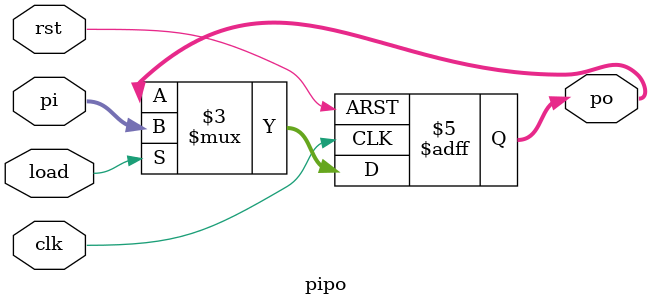
<source format=v>
module pipo(po,pi,clk,rst,load);
output [3:0] po;
input [3:0] pi;
input clk,rst,load;
reg [3:0] po;

always@(posedge clk or posedge rst)
begin
if(rst)
po<=4'b0;
else if(load)
po<=pi;
else
po<=po;
end
endmodule
</source>
